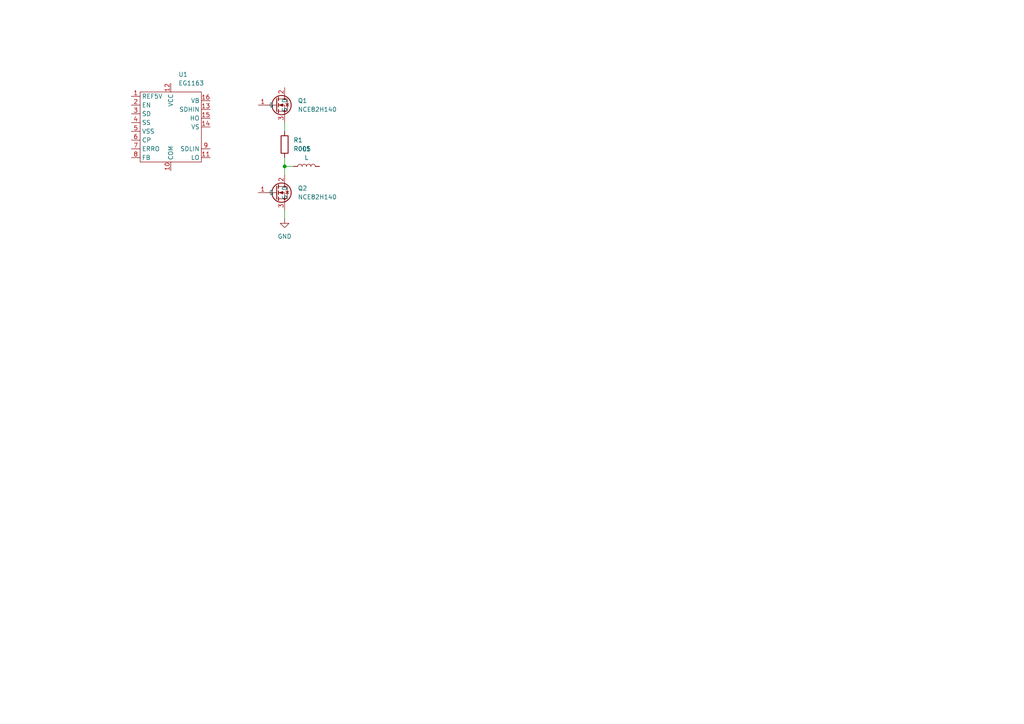
<source format=kicad_sch>
(kicad_sch (version 20231120) (generator "eeschema") (generator_version "8.0")
  (paper "A4")
  (lib_symbols
    (symbol "Custom_Regulator_Switching:EG1163"
      (property "Reference" "U" (at 0 0 0))
      (property "Value" "EG1163" (at 0 2.54 0))
      (symbol "EG1163_0_1"
        (rectangle (start -8.89 10.16) (end 8.89 -10.16))
      )
      (symbol "EG1163_1_1"
        (pin power_out line (at -11.43 8.89 0) (length 2.54) (name "REF5V") (number "1"))
        (pin power_in line (at 0 -12.7 90) (length 2.54) (name "COM") (number "10"))
        (pin output line (at 11.43 -8.89 180) (length 2.54) (name "LO") (number "11"))
        (pin power_in line (at 0 12.7 270) (length 2.54) (name "VCC") (number "12"))
        (pin input line (at 11.43 5.08 180) (length 2.54) (name "SDHIN") (number "13"))
        (pin power_out line (at 11.43 0 180) (length 2.54) (name "VS") (number "14"))
        (pin output line (at 11.43 2.54 180) (length 2.54) (name "HO") (number "15"))
        (pin unspecified line (at 11.43 7.62 180) (length 2.54) (name "VB") (number "16"))
        (pin input line (at -11.43 6.35 0) (length 2.54) (name "EN") (number "2"))
        (pin input line (at -11.43 3.81 0) (length 2.54) (name "SD") (number "3"))
        (pin unspecified line (at -11.43 1.27 0) (length 2.54) (name "SS") (number "4"))
        (pin power_in line (at -11.43 -1.27 0) (length 2.54) (name "VSS") (number "5"))
        (pin unspecified line (at -11.43 -3.81 0) (length 2.54) (name "CP") (number "6"))
        (pin bidirectional line (at -11.43 -6.35 0) (length 2.54) (name "ERRO") (number "7"))
        (pin input line (at -11.43 -8.89 0) (length 2.54) (name "FB") (number "8"))
        (pin input line (at 11.43 -6.35 180) (length 2.54) (name "SDLIN") (number "9"))
      )
    )
    (symbol "Custom_Transistor_FET:NCE82H140"
      (property "Reference" "Q" (at 5.588 2.032 0))
      (property "Value" "NCE82H140" (at 10.414 0 0))
      (symbol "NCE82H140_0_1"
        (polyline (pts (xy 0.254 0) (xy -2.54 0)))
        (polyline (pts (xy 0.254 1.905) (xy 0.254 -1.905)) (stroke (width 0.254)))
        (polyline (pts (xy 0.762 -1.27) (xy 0.762 -2.286)) (stroke (width 0.254)))
        (polyline (pts (xy 0.762 0.508) (xy 0.762 -0.508)) (stroke (width 0.254)))
        (polyline (pts (xy 0.762 2.286) (xy 0.762 1.27)) (stroke (width 0.254)))
        (polyline (pts (xy 2.54 2.54) (xy 2.54 1.778)))
        (polyline (pts (xy 2.54 -2.54) (xy 2.54 0) (xy 0.762 0)))
        (polyline (pts (xy 0.762 -1.778) (xy 3.302 -1.778) (xy 3.302 1.778) (xy 0.762 1.778)))
        (polyline (pts (xy 1.016 0) (xy 2.032 0.381) (xy 2.032 -0.381) (xy 1.016 0)) (fill (type outline)))
        (polyline (pts (xy 2.794 0.508) (xy 2.921 0.381) (xy 3.683 0.381) (xy 3.81 0.254)))
        (polyline (pts (xy 3.302 0.381) (xy 2.921 -0.254) (xy 3.683 -0.254) (xy 3.302 0.381)))
        (circle (center 1.651 0) (radius 2.794) (stroke (width 0.254)))
        (circle (center 2.54 -1.778) (radius 0.254) (fill (type outline)))
        (circle (center 2.54 1.778) (radius 0.254) (fill (type outline)))
      )
      (symbol "NCE82H140_1_1"
        (pin input line (at -5.08 0 0) (length 2.54) (name "G") (number "1"))
        (pin passive line (at 2.54 5.08 270) (length 2.54) (name "D") (number "2"))
        (pin passive line (at 2.54 -5.08 90) (length 2.54) (name "S") (number "3"))
      )
    )
    (symbol "Device:L" (pin_numbers hide) (pin_names (offset 1.016) hide)
      (property "Reference" "L" (at -1.27 0 90))
      (property "Value" "L" (at 1.905 0 90))
      (symbol "L_0_1"
        (arc (start 0 -2.54) (mid 0.6323 -1.905) (end 0 -1.27))
        (arc (start 0 -1.27) (mid 0.6323 -0.635) (end 0 0))
        (arc (start 0 0) (mid 0.6323 0.635) (end 0 1.27))
        (arc (start 0 1.27) (mid 0.6323 1.905) (end 0 2.54))
      )
      (symbol "L_1_1"
        (pin passive line (at 0 3.81 270) (length 1.27) (name "1") (number "1"))
        (pin passive line (at 0 -3.81 90) (length 1.27) (name "2") (number "2"))
      )
    )
    (symbol "Device:R" (pin_numbers hide) (pin_names (offset 0))
      (property "Reference" "R" (at 2.032 0 90))
      (property "Value" "R" (at 0 0 90))
      (symbol "R_0_1"
        (rectangle (start -1.016 -2.54) (end 1.016 2.54) (stroke (width 0.254)))
      )
      (symbol "R_1_1"
        (pin passive line (at 0 3.81 270) (length 1.27) (name "~") (number "1"))
        (pin passive line (at 0 -3.81 90) (length 1.27) (name "~") (number "2"))
      )
    )
    (symbol "power:GND" (power) (pin_numbers hide) (pin_names (offset 0) hide)
      (property "Value" "GND" (at 0 -3.81 0))
      (symbol "GND_0_1"
        (polyline (pts (xy 0 0) (xy 0 -1.27) (xy 1.27 -1.27) (xy 0 -2.54) (xy -1.27 -1.27) (xy 0 -1.27)))
      )
      (symbol "GND_1_1"
        (pin power_in line (at 0 0 270) (length 0) (name "~") (number "1"))
      )
    )
  )
  (junction (at 82.55 48.26))
  (wire (pts (xy 82.55 45.72) (xy 82.55 48.26)))
  (wire (pts (xy 82.55 35.56) (xy 82.55 38.1)))
  (wire (pts (xy 82.55 60.96) (xy 82.55 63.5)))
  (wire (pts (xy 82.55 48.26) (xy 82.55 50.8)))
  (wire (pts (xy 82.55 48.26) (xy 85.09 48.26)))
  (symbol (lib_id "Custom_Regulator_Switching:EG1163") (at 49.53 36.83 0) (unit 1)
    (property "Reference" "U1" (at 51.7241 21.59 0) (effects (justify left)))
    (property "Value" "EG1163" (at 51.7241 24.13 0) (effects (justify left)))
    (property "Footprint" "Package_SO:SOP-16_3.9x9.9mm_P1.27mm" (effects (hide yes)))
    (property "Datasheet" "https://file1.elecfans.com/web2/M00/C1/EB/wKgZomXfLFiAQ9mgAAuO9LZNHNk300.pdf" (effects (hide yes)))
    (property "Description" "high-voltage, high-current synchronous step-down converter 600V, SOP-16" (effects (hide yes)))
  )
  (symbol (lib_id "Custom_Transistor_FET:NCE82H140") (at 80.01 55.88 0) (unit 1)
    (property "Reference" "Q2" (at 86.36 54.6099 0) (effects (justify left)))
    (property "Value" "NCE82H140" (at 86.36 57.1499 0) (effects (justify left)))
    (property "Footprint" "Package_TO_SOT_THT:TO-220-3_Vertical" (effects (hide yes)))
    (property "Datasheet" "https://www.huanqiuic.com/uploads/pdf/20220108/pYYBAGG25B2APGWxAAWzSyBL_80872.pdf" (effects (hide yes)))
    (property "Description" "140A Id, 82V Vds, N-Channel Power MOSFET, TO-220" (effects (hide yes)))
  )
  (symbol (lib_id "Custom_Transistor_FET:NCE82H140") (at 80.01 30.48 0) (unit 1)
    (property "Reference" "Q1" (at 86.36 29.2099 0) (effects (justify left)))
    (property "Value" "NCE82H140" (at 86.36 31.7499 0) (effects (justify left)))
    (property "Footprint" "Package_TO_SOT_THT:TO-220-3_Vertical" (effects (hide yes)))
    (property "Datasheet" "https://www.huanqiuic.com/uploads/pdf/20220108/pYYBAGG25B2APGWxAAWzSyBL_80872.pdf" (effects (hide yes)))
    (property "Description" "140A Id, 82V Vds, N-Channel Power MOSFET, TO-220" (effects (hide yes)))
  )
  (symbol (lib_id "power:GND") (at 82.55 63.5 0) (unit 1)
    (property "Reference" "#PWR01" (effects (hide yes)))
    (property "Value" "GND" (at 82.55 68.58 0))
    (property "Description" "Power symbol creates a global label with name \"GND\" , ground" (effects (hide yes)))
  )
  (symbol (lib_id "Device:R") (at 82.55 41.91 0) (unit 1)
    (property "Reference" "R1" (at 85.09 40.6399 0) (effects (justify left)))
    (property "Value" "R005" (at 85.09 43.1799 0) (effects (justify left)))
    (property "Description" "Resistor" (effects (hide yes)))
  )
  (symbol (lib_id "Device:L") (at 88.9 48.26 90) (unit 1)
    (property "Reference" "L1" (at 88.9 43.18 90))
    (property "Value" "L" (at 88.9 45.72 90))
    (property "Description" "Inductor" (effects (hide yes)))
  )
)
</source>
